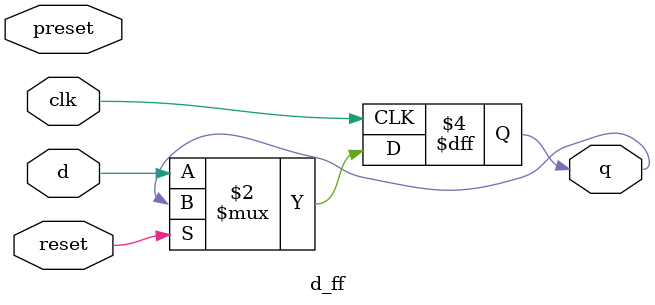
<source format=v>
`timescale 1ns / 1ps


module d_ff(
    input d,clk,preset,reset,
    output reg q
    );
    always @(posedge clk or posedge reset)
    begin
    if (reset)
        q <= q;
    else 
        q <= d;
    end
endmodule

</source>
